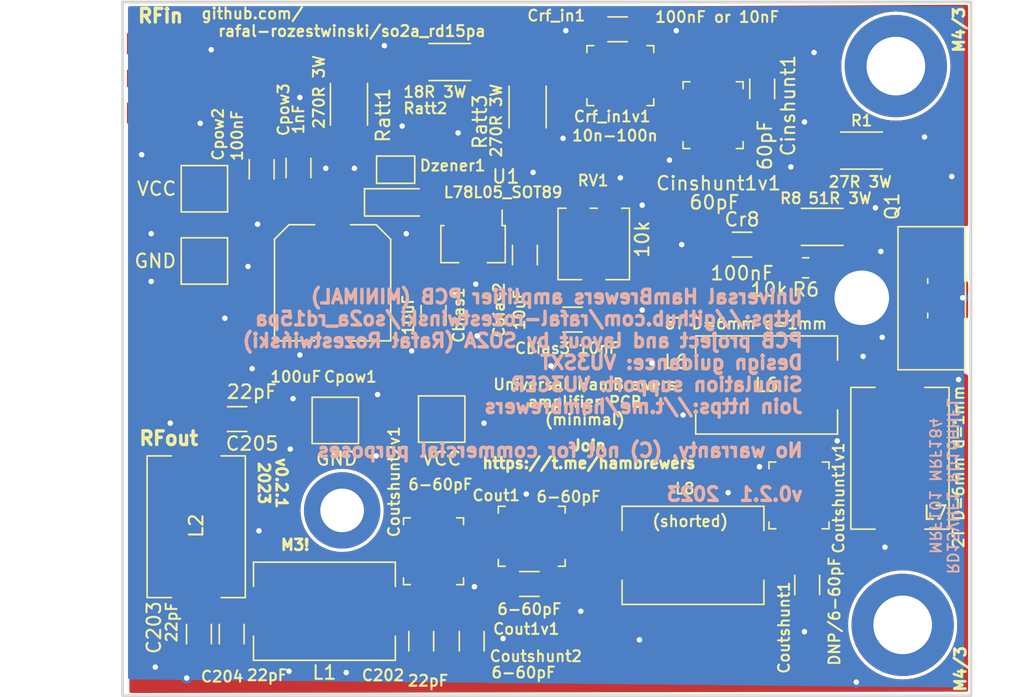
<source format=kicad_pcb>
(kicad_pcb (version 20221018) (generator pcbnew)
  (title_block (title "Universal HamBrewers amplifier PCB") (date "2023-09-26") (rev "v0.2.1") (company "Join https://t.me/hambrewers               no warranty, (C) not for commercial purposes") (comment 1 "Simulation support: VU3CER") (comment 2 "Design guidance: VU3SXT") (comment 3 "PCB project and layout by SO2A (Rafał Rozestwiński)") (comment 4 "https://github.com/rafal-rozestwinski/so2a_rd15pa"))
  (layers (0 "F.Cu" signal) (31 "B.Cu" signal) (34 "B.Paste" user) (35 "F.Paste" user) (36 "B.SilkS" user "B.Silkscreen") (37 "F.SilkS" user "F.Silkscreen") (38 "B.Mask" user) (39 "F.Mask" user) (44 "Edge.Cuts" user))
  (net 0 "")
  (net 1 "GND")
  (net 2 "Net-(C203-Pad2)")
  (net 3 "LPF_output")
  (net 4 "Net-(Cbias3-Pad2)")
  (net 5 "Net-(Cinshunt1-Pad2)")
  (net 6 "Net-(Cout1-Pad1)")
  (net 7 "+12V")
  (net 8 "Net-(Cr8-Pad2)")
  (net 9 "Net-(Crf_in1-Pad1)")
  (net 10 "Net-(Coutshunt1-Pad2)")
  (net 11 "Net-(U1-OUT)")
  (net 12 "RFin")
  (net 13 "ImpendanceMatchedOutput")
  (net 14 "Net-(Dzener1-A)")
  (net 15 "bias")
  (net 16 "Drain")
  (footprint "custom:SO2A_TO-220F-3_Vertical_SMD" (layer "F.Cu") (at 172.73 69.19375 -90)
    (fp_text reference "Q1" (at -4.2 2.2 90) (layer "F.SilkS"))
    (fp_text value "RD15HVF1" hide)
    (pad "1" smd rect (at -0.79375 -0.77 270) (size 3.4925 3.54) (layers "F.Cu" "F.Paste" "F.Mask") (net 15 "bias"))
    (pad "2" smd rect (at 2.54 -0.77 270) (size 1.905 3.54) (layers "F.Cu" "F.Paste" "F.Mask") (net 1 "GND"))
    (pad "3" smd rect (at 5.87375 -0.77 270) (size 3.4925 3.54) (layers "F.Cu" "F.Paste" "F.Mask") (net 16 "Drain"))
  )
  (footprint "MountingHole:MountingHole_4.3mm_M4_DIN965_Pad" (layer "F.Cu") (at 170.8 54.7)
    (fp_text reference "REF**" hide)
    (fp_text value "MountingHole_4.3mm_M4_DIN965_Pad" hide)
    (pad "1" thru_hole circle (at 0 0) (size 7.5 7.5) (drill 4.3) (layers "*.Cu" "*.Mask"))
  )
  (footprint "TestPoint:TestPoint_Pad_3.0x3.0mm" (layer "F.Cu") (at 137.5 80.6)
    (fp_text reference "VCC" (at 0 2.9) (layer "F.SilkS"))
    (fp_text value "TestPoint_Pad_3.0x3.0mm" hide)
    (pad "1" smd rect (at 0 0) (size 3 3) (layers "F.Cu" "F.Mask") (net 7 "+12V"))
  )
  (footprint "Capacitor_SMD:C_1206_3216Metric" (layer "F.Cu") (at 159.525 67.8)
    (fp_text reference "Cr8" (at 0 -1.85) (layer "F.SilkS"))
    (fp_text value "100nF" (at 0 2.1) (layer "F.SilkS"))
    (pad "1" smd roundrect (at -1.475 0) (size 1.15 1.8) (layers "F.Cu" "F.Paste" "F.Mask") (roundrect_rratio 0.2173913043) (net 1 "GND"))
    (pad "2" smd roundrect (at 1.475 0) (size 1.15 1.8) (layers "F.Cu" "F.Paste" "F.Mask") (roundrect_rratio 0.2173913043) (net 8 "Net-(Cr8-Pad2)"))
  )
  (footprint "Capacitor_SMD:C_1206_3216Metric" (layer "F.Cu") (at 147.1 73.3)
    (fp_text reference "Cbias3" (at -2.2 2.1) (layer "F.SilkS") (effects (font (size 0.8 0.8))))
    (fp_text value "10nF" (at 1.875 2.1) (layer "F.SilkS") (effects (font (size 0.8 0.8))))
    (pad "1" smd roundrect (at -1.475 0) (size 1.15 1.8) (layers "F.Cu" "F.Paste" "F.Mask") (roundrect_rratio 0.2173913043) (net 1 "GND"))
    (pad "2" smd roundrect (at 1.475 0) (size 1.15 1.8) (layers "F.Cu" "F.Paste" "F.Mask") (roundrect_rratio 0.2173913043) (net 4 "Net-(Cbias3-Pad2)"))
  )
  (footprint "Resistor_SMD:R_2010_5025Metric" (layer "F.Cu") (at 138.0875 54.4)
    (fp_text reference "Ratt2" (at -1.7875 3.4) (layer "F.SilkS") (effects (font (size 0.8 0.8))))
    (fp_text value "18R 3W" (at -1.0875 2.2) (layer "F.SilkS") (effects (font (size 0.8 0.8))))
    (pad "1" smd roundrect (at -2.3125 0) (size 1.225 2.65) (layers "F.Cu" "F.Paste" "F.Mask") (roundrect_rratio 0.2040816327) (net 12 "RFin"))
    (pad "2" smd roundrect (at 2.3125 0) (size 1.225 2.65) (layers "F.Cu" "F.Paste" "F.Mask") (roundrect_rratio 0.2040816327) (net 9 "Net-(Crf_in1-Pad1)"))
  )
  (footprint "Capacitor_SMD:C_1206_3216Metric" (layer "F.Cu") (at 139.7 96.9 90)
    (fp_text reference "Coutshunt2" (at -1.1 4.7 180) (layer "F.SilkS") (effects (font (size 0.8 0.8))))
    (fp_text value "6-60pF" (at -2.3 3.8 180) (layer "F.SilkS") (effects (font (size 0.8 0.8))))
    (pad "1" smd roundrect (at -1.475 0 90) (size 1.15 1.8) (layers "F.Cu" "F.Paste" "F.Mask") (roundrect_rratio 0.2173913043) (net 1 "GND"))
    (pad "2" smd roundrect (at 1.475 0 90) (size 1.15 1.8) (layers "F.Cu" "F.Paste" "F.Mask") (roundrect_rratio 0.2173913043) (net 13 "ImpendanceMatchedOutput"))
  )
  (footprint "custom:SMA_EDGELAUNCH_Modded" (layer "F.Cu") (at 114.82255 76.3)
    (fp_text reference "J2" hide)
    (fp_text value "RF_out")
    (pad "1" smd rect (at 2.032 0 90) (size 1.27 4.064) (layers "F.Cu" "F.Mask") (net 3 "LPF_output"))
    (pad "2" smd rect (at 2.032 -2.54 90) (size 1.524 4.064) (layers "F.Cu" "F.Mask") (net 1 "GND"))
    (pad "2" smd rect (at 2.032 2.54 90) (size 1.524 4.064) (layers "F.Cu" "F.Mask") (net 1 "GND"))
  )
  (footprint "Capacitor_SMD:C_1206_3216Metric" (layer "F.Cu") (at 150.4 52)
    (fp_text reference "Crf_in1" (at -4.5 -1) (layer "F.SilkS") (effects (font (size 0.8 0.8))))
    (fp_text value "100nF or 10nF" (at 7.3 -0.9) (layer "F.SilkS") (effects (font (size 0.8 0.8))))
    (pad "1" smd roundrect (at -1.475 0) (size 1.15 1.8) (layers "F.Cu" "F.Paste" "F.Mask") (roundrect_rratio 0.2173913043) (net 9 "Net-(Crf_in1-Pad1)"))
    (pad "2" smd roundrect (at 1.475 0) (size 1.15 1.8) (layers "F.Cu" "F.Paste" "F.Mask") (roundrect_rratio 0.2173913043) (net 5 "Net-(Cinshunt1-Pad2)"))
  )
  (footprint "Capacitor_SMD:C_1206_3216Metric" (layer "F.Cu") (at 143.925 92.7)
    (fp_text reference "Cout1v1" (at -0.225 3.3) (layer "F.SilkS") (effects (font (size 0.8 0.8))))
    (fp_text value "6-60pF" (at 0 1.85) (layer "F.SilkS") (effects (font (size 0.8 0.8))))
    (pad "1" smd roundrect (at -1.475 0) (size 1.15 1.8) (layers "F.Cu" "F.Paste" "F.Mask") (roundrect_rratio 0.2173913043) (net 13 "ImpendanceMatchedOutput"))
    (pad "2" smd roundrect (at 1.475 0) (size 1.15 1.8) (layers "F.Cu" "F.Paste" "F.Mask") (roundrect_rratio 0.2173913043) (net 6 "Net-(Cout1-Pad1)"))
  )
  (footprint "Capacitor_SMD:C_1206_3216Metric" (layer "F.Cu") (at 161 56.375 90)
    (fp_text reference "Cinshunt1" (at -1.225 1.9 90) (layer "F.SilkS"))
    (fp_text value "60pF" (at -4.125 0.2 90) (layer "F.SilkS"))
    (pad "1" smd roundrect (at -1.475 0 90) (size 1.15 1.8) (layers "F.Cu" "F.Paste" "F.Mask") (roundrect_rratio 0.2173913043) (net 1 "GND"))
    (pad "2" smd roundrect (at 1.475 0 90) (size 1.15 1.8) (layers "F.Cu" "F.Paste" "F.Mask") (roundrect_rratio 0.2173913043) (net 5 "Net-(Cinshunt1-Pad2)"))
  )
  (footprint "Resistor_SMD:R_0805_2012Metric" (layer "F.Cu") (at 164.1875 69.5)
    (fp_text reference "R6" (at 0.0125 1.6) (layer "F.SilkS"))
    (fp_text value "10k" (at -2.6875 1.6) (layer "F.SilkS"))
    (pad "1" smd roundrect (at -0.9125 0) (size 1.025 1.4) (layers "F.Cu" "F.Paste" "F.Mask") (roundrect_rratio 0.243902439) (net 4 "Net-(Cbias3-Pad2)"))
    (pad "2" smd roundrect (at 0.9125 0) (size 1.025 1.4) (layers "F.Cu" "F.Paste" "F.Mask") (roundrect_rratio 0.243902439) (net 15 "bias"))
  )
  (footprint "Capacitor_SMD:C_1206_3216Metric" (layer "F.Cu") (at 122.1 96.375 90)
    (fp_text reference "C204" (at -3.125 -0.7 180) (layer "F.SilkS") (effects (font (size 0.8 0.8))))
    (fp_text value "22pF" (at -3.025 2.6 180) (layer "F.SilkS") (effects (font (size 0.8 0.8))))
    (pad "1" smd roundrect (at -1.475 0 90) (size 1.15 1.8) (layers "F.Cu" "F.Paste" "F.Mask") (roundrect_rratio 0.2173913043) (net 1 "GND"))
    (pad "2" smd roundrect (at 1.475 0 90) (size 1.15 1.8) (layers "F.Cu" "F.Paste" "F.Mask") (roundrect_rratio 0.2173913043) (net 2 "Net-(C203-Pad2)"))
  )
  (footprint "Capacitor_SMD:C_Trimmer_Murata_TZB4-B" (layer "F.Cu") (at 157.4 58.3 -90)
    (fp_text reference "Cinshunt1v1" (at 5 -0.4 -180) (layer "F.SilkS"))
    (fp_text value "60pF" (at 6.4 -0.1 180) (layer "F.SilkS"))
    (pad "1" smd rect (at -3 0 270) (size 2 1.6) (layers "F.Cu" "F.Paste" "F.Mask") (net 5 "Net-(Cinshunt1-Pad2)"))
    (pad "2" smd rect (at 3 0 270) (size 2 1.6) (layers "F.Cu" "F.Paste" "F.Mask") (net 1 "GND"))
  )
  (footprint "Diode_SMD:D_SOD-123" (layer "F.Cu") (at 134.2 64.7)
    (fp_text reference "Dzener1" (at 4.1 -2.7) (layer "F.SilkS") (effects (font (size 0.8 0.8))))
    (fp_text value "12V" hide)
    (pad "1" smd roundrect (at -1.65 0) (size 0.9 1.2) (layers "F.Cu" "F.Paste" "F.Mask") (net 7 "+12V"))
    (pad "2" smd roundrect (at 1.65 0) (size 0.9 1.2) (layers "F.Cu" "F.Paste" "F.Mask") (net 14 "Net-(Dzener1-A)"))
  )
  (footprint "MountingHole:MountingHole_4.3mm_M4_DIN965_Pad" (layer "F.Cu") (at 171.3 95.7)
    (fp_text reference "REF**" hide)
    (fp_text value "MountingHole_4.3mm_M4_DIN965_Pad" hide)
    (pad "1" thru_hole circle (at 0 0) (size 7.5 7.5) (drill 4.3) (layers "*.Cu" "*.Mask"))
  )
  (footprint "Jumper:SolderJumper-2_P1.3mm_Open_TrianglePad1.0x1.5mm" (layer "F.Cu") (at 134.125 62.3 180)
    (fp_text reference "JP1" hide)
    (fp_text value "SolderJumper_2_Open" hide)
    (pad "1" smd custom (at -0.725 0 180) (size 0.3 0.3) (layers "F.Cu" "F.Mask") (net 14 "Net-(Dzener1-A)") (options (clearance outline) (anchor rect)) (primitives (gr_poly (pts (xy 1 0) (xy 0.5 0.75) (xy -0.5 0.75) (xy -0.5 -0.75) (xy 0.5 -0.75)) (width 0) (fill yes))))
    (pad "2" smd custom (at 0.725 0 180) (size 0.3 0.3) (layers "F.Cu" "F.Mask") (net 7 "+12V") (options (clearance outline) (anchor rect)) (primitives (gr_poly (pts (xy 0.5 0.75) (xy -0.65 0.75) (xy -0.15 0) (xy -0.65 -0.75) (xy 0.5 -0.75)) (width 0) (fill yes))))
  )
  (footprint "Resistor_SMD:R_2010_5025Metric" (layer "F.Cu") (at 143.8 57.7 90)
    (fp_text reference "Ratt3" (at -1.0875 -3.5 90) (layer "F.SilkS"))
    (fp_text value "270R 3W" (at -1 -2.3 270) (layer "F.SilkS") (effects (font (size 0.8 0.8))))
    (pad "1" smd roundrect (at -2.3125 0 90) (size 1.225 2.65) (layers "F.Cu" "F.Paste" "F.Mask") (roundrect_rratio 0.2040816327) (net 1 "GND"))
    (pad "2" smd roundrect (at 2.3125 0 90) (size 1.225 2.65) (layers "F.Cu" "F.Paste" "F.Mask") (roundrect_rratio 0.2040816327) (net 9 "Net-(Crf_in1-Pad1)"))
  )
  (footprint "Capacitor_SMD:C_1206_3216Metric" (layer "F.Cu") (at 136.9 72.975 -90)
    (fp_text reference "Cbias1" (at 0 -1.85 90) (layer "F.SilkS") (effects (font (size 0.8 0.8))))
    (fp_text value "10uF" (at 0 1.85 90) (layer "F.SilkS") (effects (font (size 0.8 0.8))))
    (pad "1" smd roundrect (at -1.475 0 270) (size 1.15 1.8) (layers "F.Cu" "F.Paste" "F.Mask") (roundrect_rratio 0.2173913043) (net 14 "Net-(Dzener1-A)"))
    (pad "2" smd roundrect (at 1.475 0 270) (size 1.15 1.8) (layers "F.Cu" "F.Paste" "F.Mask") (roundrect_rratio 0.2173913043) (net 1 "GND"))
  )
  (footprint "TestPoint:TestPoint_Pad_3.0x3.0mm" (layer "F.Cu") (at 129.7 80.7)
    (fp_text reference "GND" (at 0.1 2.8) (layer "F.SilkS"))
    (fp_text value "TestPoint_Pad_3.0x3.0mm" hide)
    (pad "1" smd rect (at 0 0) (size 3 3) (layers "F.Cu" "F.Mask") (net 1 "GND"))
  )
  (footprint "Capacitor_SMD:C_Elec_8x10.2" (layer "F.Cu") (at 129.5 70.6 -90)
    (fp_text reference "Cpow1" (at 6.9 -1.3 180) (layer "F.SilkS") (effects (font (size 0.8 0.8))))
    (fp_text value "100uF" (at 6.9 2.7 180) (layer "F.SilkS") (effects (font (size 0.8 0.8))))
    (pad "1" smd roundrect (at -3.6 0 270) (size 4.5 2.1) (layers "F.Cu" "F.Paste" "F.Mask") (roundrect_rratio 0.1190480952) (net 7 "+12V"))
    (pad "2" smd roundrect (at 3.6 0 270) (size 4.5 2.1) (layers "F.Cu" "F.Paste" "F.Mask") (roundrect_rratio 0.1190480952) (net 1 "GND"))
  )
  (footprint "Package_TO_SOT_SMD:SOT-89-3" (layer "F.Cu") (at 139.8 67.7625 -90)
    (fp_text reference "U1" (at -4.9625 -2.4 -180) (layer "F.SilkS"))
    (fp_text value "L78L05_SOT89" (at -3.8 -2.2 180) (layer "F.SilkS") (effects (font (size 0.8 0.8))))
    (pad "1" smd rect (at -1.95 -1.5 270) (size 1.3 0.9) (layers "F.Cu" "F.Paste" "F.Mask") (net 11 "Net-(U1-OUT)"))
    (pad "2" smd custom (at -1.8625 0 270) (size 1.475 0.9) (layers "F.Cu" "F.Paste" "F.Mask") (net 1 "GND") (options (clearance outline) (anchor rect)) (primitives (gr_poly (pts (xy 3.8625 0.8665) (xy 0.7375 0.8665) (xy 0.7375 -0.8665) (xy 3.8625 -0.8665)) (width 0) (fill yes))))
    (pad "3" smd rect (at -1.95 1.5 270) (size 1.3 0.9) (layers "F.Cu" "F.Paste" "F.Mask") (net 14 "Net-(Dzener1-A)"))
  )
  (footprint "Inductor_SMD:L_Wuerth_HCM-1050" (layer "F.Cu") (at 119.5 88.5 90)
    (fp_text reference "L2" (at 0.075 0 90) (layer "F.SilkS"))
    (fp_text value "3T D=6mm d=1mm" hide)
    (pad "1" smd rect (at -4.175 0 90) (size 2 3.05) (layers "F.Cu" "F.Paste" "F.Mask") (net 2 "Net-(C203-Pad2)"))
    (pad "2" smd rect (at 4.175 0 90) (size 2 3.05) (layers "F.Cu" "F.Paste" "F.Mask") (net 3 "LPF_output"))
  )
  (footprint "Capacitor_SMD:C_Trimmer_Murata_TZB4-B" (layer "F.Cu") (at 163.7 86.2 90)
    (fp_text reference "Coutshunt1v1" (at -0.2 2.9 270) (layer "F.SilkS") (effects (font (size 0.8 0.8))))
    (fp_text value "DNP/6-60pF" hide)
    (pad "1" smd rect (at -3 0 90) (size 2 1.6) (layers "F.Cu" "F.Paste" "F.Mask") (net 10 "Net-(Coutshunt1-Pad2)"))
    (pad "2" smd rect (at 3 0 90) (size 2 1.6) (layers "F.Cu" "F.Paste" "F.Mask") (net 1 "GND"))
  )
  (footprint "Resistor_SMD:R_2010_5025Metric" (layer "F.Cu") (at 130.7 57.5 90)
    (fp_text reference "Ratt1" (at -0.8 2.5 90) (layer "F.SilkS"))
    (fp_text value "270R 3W" (at 0.9 -2.2 90) (layer "F.SilkS") (effects (font (size 0.8 0.8))))
    (pad "1" smd roundrect (at -2.3125 0 90) (size 1.225 2.65) (layers "F.Cu" "F.Paste" "F.Mask") (roundrect_rratio 0.2040816327) (net 1 "GND"))
    (pad "2" smd roundrect (at 2.3125 0 90) (size 1.225 2.65) (layers "F.Cu" "F.Paste" "F.Mask") (roundrect_rratio 0.2040816327) (net 12 "RFin"))
  )
  (footprint "custom:SMA_EDGELAUNCH_Modded" (layer "F.Cu") (at 114.42255 55.6)
    (fp_text reference "J1" hide)
    (fp_text value "RF_in")
    (pad "1" smd rect (at 2.032 0 90) (size 1.27 4.064) (layers "F.Cu" "F.Mask") (net 12 "RFin"))
    (pad "2" smd rect (at 2.032 -2.54 90) (size 1.524 4.064) (layers "F.Cu" "F.Mask") (net 1 "GND"))
    (pad "2" smd rect (at 2.032 2.54 90) (size 1.524 4.064) (layers "F.Cu" "F.Mask") (net 1 "GND"))
  )
  (footprint "Capacitor_SMD:C_1206_3216Metric" (layer "F.Cu") (at 119.7 96.375 90)
    (fp_text reference "C203" (at 0.475 -3.3 90) (layer "F.SilkS"))
    (fp_text value "22pF" (at 0.875 -2 90) (layer "F.SilkS") (effects (font (size 0.8 0.8))))
    (pad "1" smd roundrect (at -1.475 0 90) (size 1.15 1.8) (layers "F.Cu" "F.Paste" "F.Mask") (roundrect_rratio 0.2173913043) (net 1 "GND"))
    (pad "2" smd roundrect (at 1.475 0 90) (size 1.15 1.8) (layers "F.Cu" "F.Paste" "F.Mask") (roundrect_rratio 0.2173913043) (net 2 "Net-(C203-Pad2)"))
  )
  (footprint "TestPoint:TestPoint_Pad_3.0x3.0mm" (layer "F.Cu") (at 120.1 69)
    (fp_text reference "GND" (at -3.6 0) (layer "F.SilkS"))
    (fp_text value "TestPoint_Pad_3.0x3.0mm" hide)
    (pad "1" smd rect (at 0 0) (size 3 3) (layers "F.Cu" "F.Mask"))
  )
  (footprint "Capacitor_SMD:C_Trimmer_Murata_TZB4-B" (layer "F.Cu") (at 136.9 90.3 90)
    (fp_text reference "Coutshunt2v1" (at 5.1 -2.9 270) (layer "F.SilkS") (effects (font (size 0.8 0.8))))
    (fp_text value "6-60pF" (at 4.9 0.5 180) (layer "F.SilkS") (effects (font (size 0.8 0.8))))
    (pad "1" smd rect (at -3 0 90) (size 2 1.6) (layers "F.Cu" "F.Paste" "F.Mask") (net 13 "ImpendanceMatchedOutput"))
    (pad "2" smd rect (at 3 0 90) (size 2 1.6) (layers "F.Cu" "F.Paste" "F.Mask") (net 1 "GND"))
  )
  (footprint "Capacitor_SMD:C_1206_3216Metric" (layer "F.Cu") (at 124.3 62.275 90)
    (fp_text reference "Cpow2" (at 2.575 -3.2 90) (layer "F.SilkS") (effects (font (size 0.8 0.8))))
    (fp_text value "100nF" (at 2.475 -1.8 90) (layer "F.SilkS") (effects (font (size 0.8 0.8))))
    (pad "1" smd roundrect (at -1.475 0 90) (size 1.15 1.8) (layers "F.Cu" "F.Paste" "F.Mask") (roundrect_rratio 0.2173913043) (net 7 "+12V"))
    (pad "2" smd roundrect (at 1.475 0 90) (size 1.15 1.8) (layers "F.Cu" "F.Paste" "F.Mask") (roundrect_rratio 0.2173913043) (net 1 "GND"))
  )
  (footprint "Capacitor_SMD:C_1206_3216Metric" (layer "F.Cu") (at 122.5 80.6 180)
    (fp_text reference "C205" (at -1.1 -1.8 180) (layer "F.SilkS"))
    (fp_text value "22pF" (at -1.075 2) (layer "F.SilkS"))
    (pad "1" smd roundrect (at -1.475 0 180) (size 1.15 1.8) (layers "F.Cu" "F.Paste" "F.Mask") (roundrect_rratio 0.2173913043) (net 1 "GND"))
    (pad "2" smd roundrect (at 1.475 0 180) (size 1.15 1.8) (layers "F.Cu" "F.Paste" "F.Mask") (roundrect_rratio 0.2173913043) (net 3 "LPF_output"))
  )
  (footprint "Inductor_SMD:L_Wuerth_HCM-1050" (layer "F.Cu") (at 161.325 78.1)
    (fp_text reference "L6" (at -6.625 -1.7) (layer "F.SilkS"))
    (fp_text value "6T D=6mm d=1mm" (at -1.525 -4.5 180) (layer "F.SilkS") (effects (font (size 0.8 0.8))))
    (fp_text user "${REFERENCE}" (at 0 0) (layer "F.SilkS"))
    (pad "1" smd rect (at -4.175 0) (size 2 3.05) (layers "F.Cu" "F.Paste" "F.Mask") (net 7 "+12V"))
    (pad "2" smd rect (at 4.175 0) (size 2 3.05) (layers "F.Cu" "F.Paste" "F.Mask") (net 16 "Drain"))
  )
  (footprint "Capacitor_SMD:C_1206_3216Metric" (layer "F.Cu") (at 164.3 92.775 90)
    (fp_text reference "Coutshunt1" (at -3.125 -1.7 90) (layer "F.SilkS") (effects (font (size 0.8 0.8))))
    (fp_text value "DNP/6-60pF" (at -1.925 2 90) (layer "F.SilkS") (effects (font (size 0.8 0.8))))
    (pad "1" smd roundrect (at -1.475 0 90) (size 1.15 1.8) (layers "F.Cu" "F.Paste" "F.Mask") (roundrect_rratio 0.2173913043) (net 1 "GND"))
    (pad "2" smd roundrect (at 1.475 0 90) (size 1.15 1.8) (layers "F.Cu" "F.Paste" "F.Mask") (roundrect_rratio 0.2173913043) (net 10 "Net-(Coutshunt1-Pad2)"))
  )
  (footprint "Inductor_SMD:L_Wuerth_HCM-1050" (layer "F.Cu") (at 128.9 94.7 180)
    (fp_text reference "L1" (at 0 -4.5) (layer "F.SilkS"))
    (fp_text value "3T D=6mm d=1mm" hide)
    (pad "1" smd rect (at -4.175 0 180) (size 2 3.05) (layers "F.Cu" "F.Paste" "F.Mask") (net 13 "ImpendanceMatchedOutput"))
    (pad "2" smd rect (at 4.175 0 180) (size 2 3.05) (layers "F.Cu" "F.Paste" "F.Mask") (net 2 "Net-(C203-Pad2)"))
  )
  (footprint "Resistor_SMD:R_2010_5025Metric" (layer "F.Cu") (at 165.4 66.5 180)
    (fp_text reference "R8" (at 2.3 2.1) (layer "F.SilkS") (effects (font (size 0.8 0.8))))
    (fp_text value "51R 3W" (at -1.3 2.1) (layer "F.SilkS") (effects (font (size 0.8 0.8))))
    (pad "1" smd roundrect (at -2.3125 0 180) (size 1.225 2.65) (layers "F.Cu" "F.Paste" "F.Mask") (roundrect_rratio 0.2040816327) (net 15 "bias"))
    (pad "2" smd roundrect (at 2.3125 0 180) (size 1.225 2.65) (layers "F.Cu" "F.Paste" "F.Mask") (roundrect_rratio 0.2040816327) (net 8 "Net-(Cr8-Pad2)"))
  )
  (footprint "TestPoint:TestPoint_Pad_3.0x3.0mm" (layer "F.Cu") (at 120.1 63.7)
    (fp_text reference "VCC" (at -3.5 0) (layer "F.SilkS"))
    (fp_text value "TestPoint_Pad_3.0x3.0mm" hide)
    (pad "1" smd rect (at 0 0) (size 3 3) (layers "F.Cu" "F.Mask") (net 7 "+12V"))
  )
  (footprint "Capacitor_SMD:C_1206_3216Metric" (layer "F.Cu") (at 136 96.9 90)
    (fp_text reference "C202" (at -2.5 -2.8 180) (layer "F.SilkS") (effects (font (size 0.8 0.8))))
    (fp_text value "22pF" (at -2.9 0.5 180) (layer "F.SilkS") (effects (font (size 0.8 0.8))))
    (pad "1" smd roundrect (at -1.475 0 90) (size 1.15 1.8) (layers "F.Cu" "F.Paste" "F.Mask") (roundrect_rratio 0.2173913043) (net 1 "GND"))
    (pad "2" smd roundrect (at 1.475 0 90) (size 1.15 1.8) (layers "F.Cu" "F.Paste" "F.Mask") (roundrect_rratio 0.2173913043) (net 13 "ImpendanceMatchedOutput"))
  )
  (footprint "Inductor_SMD:L_Wuerth_HCM-1050" (layer "F.Cu") (at 171.1 83.475 -90)
    (fp_text reference "L7" (at 4 -2.6 -180) (layer "F.SilkS"))
    (fp_text value "2T D=6mm d=1mm" (at 0.625 -4.3 90) (layer "F.SilkS") (effects (font (size 0.8 0.8))))
    (pad "1" smd rect (at -4.175 0 270) (size 2 3.05) (layers "F.Cu" "F.Paste" "F.Mask") (net 16 "Drain"))
    (pad "2" smd rect (at 4.175 0 270) (size 2 3.05) (layers "F.Cu" "F.Paste" "F.Mask") (net 10 "Net-(Coutshunt1-Pad2)"))
  )
  (footprint "Capacitor_SMD:C_Trimmer_Murata_TZB4-B" (layer "F.Cu") (at 150.6 55.4)
    (fp_text reference "Crf_in1v1" (at -0.6 3) (layer "F.SilkS") (effects (font (size 0.8 0.8))))
    (fp_text value "10n-100n" (at -0.4 4.4) (layer "F.SilkS") (effects (font (size 0.8 0.8))))
    (pad "1" smd rect (at -3 0) (size 2 1.6) (layers "F.Cu" "F.Paste" "F.Mask") (net 9 "Net-(Crf_in1-Pad1)"))
    (pad "2" smd rect (at 3 0) (size 2 1.6) (layers "F.Cu" "F.Paste" "F.Mask") (net 5 "Net-(Cinshunt1-Pad2)"))
  )
  (footprint "Capacitor_SMD:C_1206_3216Metric" (layer "F.Cu") (at 127 62.175 90)
    (fp_text reference "Cpow3" (at 4.275 -1.1 90) (layer "F.SilkS") (effects (font (size 0.8 0.8))))
    (fp_text value "1nF" (at 3.575 0 90) (layer "F.SilkS") (effects (font (size 0.8 0.8))))
    (pad "1" smd roundrect (at -1.475 0 90) (size 1.15 1.8) (layers "F.Cu" "F.Paste" "F.Mask") (roundrect_rratio 0.2173913043) (net 7 "+12V"))
    (pad "2" smd roundrect (at 1.475 0 90) (size 1.15 1.8) (layers "F.Cu" "F.Paste" "F.Mask") (roundrect_rratio 0.2173913043) (net 1 "GND"))
  )
  (footprint "Potentiometer_SMD:Potentiometer_Vishay_TS53YL_Vertical" (layer "F.Cu") (at 148.65 67.75 90)
    (fp_text reference "RV1" hide)
    (fp_text value "10k" (at 0.35 3.55 90) (layer "F.SilkS"))
    (fp_text user "${REFERENCE}" (at 4.65 -0.05 180) (layer "F.SilkS") (effects (font (size 0.8 0.8))))
    (pad "1" smd rect (at 2.75 -1.15 90) (size 1.3 1.3) (layers "F.Cu" "F.Paste" "F.Mask") (net 11 "Net-(U1-OUT)"))
    (pad "2" smd rect (at -2.75 0 90) (size 2 1.3) (layers "F.Cu" "F.Paste" "F.Mask") (net 4 "Net-(Cbias3-Pad2)"))
    (pad "3" smd rect (at 2.75 1.15 90) (size 1.3 1.3) (layers "F.Cu" "F.Paste" "F.Mask") (net 1 "GND"))
  )
  (footprint "Inductor_SMD:L_Wuerth_HCM-1050" (layer "F.Cu") (at 155.925 90.6 180)
    (fp_text reference "L8" (at 0.6 4.9) (layer "F.SilkS") (effects (font (size 0.8 0.8))))
    (fp_text value "(shorted)" (at 0.2 2.5) (layer "F.SilkS") (effects (font (size 0.8 0.8))))
    (pad "1" smd rect (at -4.175 0 180) (size 2 3.05) (layers "F.Cu" "F.Paste" "F.Mask") (net 10 "Net-(Coutshunt1-Pad2)"))
    (pad "2" smd rect (at 4.175 0 180) (size 2 3.05) (layers "F.Cu" "F.Paste" "F.Mask") (net 6 "Net-(Cout1-Pad1)"))
  )
  (footprint "Resistor_SMD:R_2010_5025Metric" (layer "F.Cu") (at 168.2875 60.9)
    (fp_text reference "R1" (at 0 -2.2) (layer "F.SilkS") (effects (font (size 0.8 0.8))))
    (fp_text value "27R 3W" (at -0.1 2.3) (layer "F.SilkS") (effects (font (size 0.8 0.8))))
    (pad "1" smd roundrect (at -2.3125 0) (size 1.225 2.65) (layers "F.Cu" "F.Paste" "F.Mask") (roundrect_rratio 0.2040816327) (net 5 "Net-(Cinshunt1-Pad2)"))
    (pad "2" smd roundrect (at 2.3125 0) (size 1.225 2.65) (layers "F.Cu" "F.Paste" "F.Mask") (roundrect_rratio 0.2040816327) (net 15 "bias"))
  )
  (footprint "Capacitor_SMD:C_Trimmer_Murata_TZB4-B" (layer "F.Cu") (at 144.1 89.2 180)
    (fp_text reference "Cout1" (at 2.6 3) (layer "F.SilkS") (effects (font (size 0.8 0.8))))
    (fp_text value "6-60pF" (at -2.7 2.9) (layer "F.SilkS") (effects (font (size 0.8 0.8))))
    (pad "1" smd rect (at -3 0 180) (size 2 1.6) (layers "F.Cu" "F.Paste" "F.Mask") (net 6 "Net-(Cout1-Pad1)"))
    (pad "2" smd rect (at 3 0 180) (size 2 1.6) (layers "F.Cu" "F.Paste" "F.Mask") (net 13 "ImpendanceMatchedOutput"))
  )
  (footprint "MountingHole:MountingHole_3.2mm_M3_DIN965_Pad" (layer "F.Cu") (at 130.2 87.3)
    (fp_text reference "REF**" hide)
    (fp_text value "MountingHole_3.2mm_M3_DIN965_Pad" hide)
    (pad "1" thru_hole circle (at 0 0) (size 5.6 5.6) (drill 3.2) (layers "*.Cu" "*.Mask"))
  )
  (footprint "Capacitor_SMD:C_1206_3216Metric" (layer "F.Cu") (at 143.6 68.5625 90)
    (fp_text reference "Cbias2" (at -4.0375 -1.9 90) (layer "F.SilkS") (effects (font (size 0.8 0.8))))
    (fp_text value "10uF" (at -4.0375 -0.4 90) (layer "F.SilkS") (effects (font (size 0.8 0.8))))
    (pad "1" smd roundrect (at -1.475 0 90) (size 1.15 1.8) (layers "F.Cu" "F.Paste" "F.Mask") (roundrect_rratio 0.2173913043) (net 1 "GND"))
    (pad "2" smd roundrect (at 1.475 0 90) (size 1.15 1.8) (layers "F.Cu" "F.Paste" "F.Mask") (roundrect_rratio 0.2173913043) (net 11 "Net-(U1-OUT)"))
  )
  (gr_rect (start 114.1 50) (end 176.3 100.9) (stroke (width 0.2)) (fill none) (layer "Edge.Cuts"))
  (gr_text "Universal HamBrewers amplifier PCB (MINIMAL)\nhttps://github.com/rafal-rozestwinski/so2a_rd15pa\nPCB project and layout by SO2A (Rafał Rozestwiński)\nDesign guidance: VU3SXT\nSimulation support: VU3CER\nJoin https://t.me/hambrewers\n\nNo warranty, (C) not for commercial purposes\n\nv0.2.1  2023" (at 164.1 86.7) (layer "B.SilkS") (effects (font (size 1 1) (thickness 0.25) bold) (justify left bottom mirror)))
  (gr_text "RD15VHF1 RD16HHF1\nMRF101 MRF184" (at 173.2 85.5 270) (layer "B.SilkS") (effects (font (size 0.8 0.8) (thickness 0.1375)) (justify bottom mirror)))
  (gr_text "Join\nhttps://t.me/hambrewers" (at 148.3 84.3) (layer "F.SilkS") (effects (font (size 0.8 0.8) (thickness 0.2) bold) (justify bottom)))
  (gr_text "Universal HamBrewers\namplifier PCB\n(minimal)" (at 148 81.1) (layer "F.SilkS") (effects (font (size 0.8 0.8) (thickness 0.16) bold) (justify bottom)))
  (gr_text "M4/3" (at 176 100.7 90) (layer "F.SilkS") (effects (font (size 0.8 0.8) (thickness 0.2) bold) (justify left bottom)))
  (gr_text "v0.2.1\n2023" (at 124 85.3 270) (layer "F.SilkS") (effects (font (size 0.8 0.8) (thickness 0.2) bold) (justify bottom)))
  (gr_text "M3!" (at 125.6 90.3) (layer "F.SilkS") (effects (font (size 0.8 0.8) (thickness 0.2) bold) (justify left bottom)))
  (gr_text "RFin" (at 115.1 51.6) (layer "F.SilkS") (effects (font (size 1 1) (thickness 0.25) bold) (justify left bottom)))
  (gr_text "M4/3" (at 175.9 53.8 90) (layer "F.SilkS") (effects (font (size 0.8 0.8) (thickness 0.2) bold) (justify left bottom)))
  (gr_text "RFout" (at 115.2 82.6) (layer "F.SilkS") (effects (font (size 1 1) (thickness 0.25) bold) (justify left bottom)))
  (gr_text "github.com/\n  rafal-rozestwinski/so2a_rd15pa" (at 119.8 52.6) (layer "F.SilkS") (effects (font (size 0.8 0.8) (thickness 0.16) bold) (justify left bottom)))
  (via (at 172.9 59.9) (size 0.8) (drill 0.4) (layers "F.Cu" "B.Cu") (net 1))
  (via (at 145.5 76.7) (size 0.8) (drill 0.4) (layers "F.Cu" "B.Cu") (net 1))
  (via (at 144.2 62.5) (size 0.8) (drill 0.4) (layers "F.Cu" "B.Cu") (net 1))
  (via (at 150.6 62.9) (size 0.8) (drill 0.4) (layers "F.Cu" "B.Cu") (net 1))
  (via (at 127.1 57) (size 0.8) (drill 0.4) (layers "F.Cu" "B.Cu") (net 1))
  (via (at 116.2 67) (size 0.8) (drill 0.4) (layers "F.Cu" "B.Cu") (net 1))
  (via (at 155.1 67.8) (size 0.8) (drill 0.4) (layers "F.Cu" "B.Cu") (net 1))
  (via (at 131.1 62.2) (size 0.8) (drill 0.4) (layers "F.Cu" "B.Cu") (net 1))
  (via (at 123.3 69.4) (size 0.8) (drill 0.4) (layers "F.Cu" "B.Cu") (net 1))
  (via (at 135.3 75.6) (size 0.8) (drill 0.4) (layers "F.Cu" "B.Cu") (net 1))
  (via (at 174.9 62.8) (size 0.8) (drill 0.4) (layers "F.Cu" "B.Cu") (net 1))
  (via (at 140.6 80.9) (size 0.8) (drill 0.4) (layers "F.Cu" "B.Cu") (net 1))
  (via (at 143.7 86.1) (size 0.8) (drill 0.4) (layers "F.Cu" "B.Cu") (net 1))
  (via (at 142 96.7) (size 0.8) (drill 0.4) (layers "F.Cu" "B.Cu") (net 1))
  (via (at 140 70.7) (size 0.8) (drill 0.4) (layers "F.Cu" "B.Cu") (net 1))
  (via (at 155.2 80.3) (size 0.8) (drill 0.4) (layers "F.Cu" "B.Cu") (net 1))
  (via (at 175.7 71.7) (size 0.8) (drill 0.4) (layers "F.Cu" "B.Cu") (net 1))
  (via (at 175.4 77.7) (size 0.8) (drill 0.4) (layers "F.Cu" "B.Cu") (net 1))
  (via (at 166.5 82.2) (size 0.8) (drill 0.4) (layers "F.Cu" "B.Cu") (net 1))
  (via (at 132.7 83.3) (size 0.8) (drill 0.4) (layers "F.Cu" "B.Cu") (net 1))
  (via (at 120.6 53.5) (size 0.8) (drill 0.4) (layers "F.Cu" "B.Cu") (net 1))
  (via (at 146.6 52.1) (size 0.8) (drill 0.4) (layers "F.Cu" "B.Cu") (net 1))
  (via (at 119.8 58.9) (size 0.8) (drill 0.4) (layers "F.Cu" "B.Cu") (net 1))
  (via (at 126.3 99.1) (size 0.8) (drill 0.4) (layers "F.Cu" "B.Cu") (net 1))
  (via (at 169.7 68.3) (size 0.8) (drill 0.4) (layers "F.Cu" "B.Cu") (net 1))
  (via (at 163.1 62.1) (size 0.8) (drill 0.4) (layers "F.Cu" "B.Cu") (net 1))
  (via (at 164.1 58.8) (size 0.8) (drill 0.4) (layers "F.Cu" "B.Cu") (net 1))
  (via (at 154.2 61.6) (size 0.8) (drill 0.4) (layers "F.Cu" "B.Cu") (net 1))
  (via (at 134.6 59.1) (size 0.8) (drill 0.4) (layers "F.Cu" "B.Cu") (net 1))
  (via (at 134.9 67) (size 0.8) (drill 0.4) (layers "F.Cu" "B.Cu") (net 1))
  (via (at 126.4 82.8) (size 0.8) (drill 0.4) (layers "F.Cu" "B.Cu") (net 1))
  (via (at 133.3 53.2) (size 0.8) (drill 0.4) (layers "F.Cu" "B.Cu") (net 1))
  (via (at 164.1 96.2) (size 0.8) (drill 0.4) (layers "F.Cu" "B.Cu") (net 1))
  (via (at 124 66.3) (size 0.8) (drill 0.4) (layers "F.Cu" "B.Cu") (net 1))
  (via (at 147.7 94.7) (size 0.8) (drill 0.4) (layers "F.Cu" "B.Cu") (net 1))
  (via (at 127.1 75.9) (size 0.8) (drill 0.4) (layers "F.Cu" "B.Cu") (net 1))
  (via (at 164.8 53.7) (size 0.8) (drill 0.4) (layers "F.Cu" "B.Cu") (net 1))
  (via (at 169.3 65.1) (size 0.8) (drill 0.4) (layers "F.Cu" "B.Cu") (net 1))
  (via (at 116.2 70.5) (size 0.8) (drill 0.4) (layers "F.Cu" "B.Cu") (net 1))
  (via (at 170 90) (size 0.8) (drill 0.4) (layers "F.Cu" "B.Cu") (net 1))
  (via (at 121.6 73.2) (size 0.8) (drill 0.4) (layers "F.Cu" "B.Cu") (net 1))
  (via (at 129 62.2) (size 0.8) (drill 0.4) (layers "F.Cu" "B.Cu") (net 1))
  (via (at 146.4 60) (size 0.8) (drill 0.4) (layers "F.Cu" "B.Cu") (net 1))
  (via (at 139.9 92.9) (size 0.8) (drill 0.4) (layers "F.Cu" "B.Cu") (net 1))
  (via (at 152.2 72.6) (size 0.8) (drill 0.4) (layers "F.Cu" "B.Cu") (net 1))
  (via (at 152 96.8) (size 0.8) (drill 0.4) (layers "F.Cu" "B.Cu") (net 1))
  (via (at 138.7 59.6) (size 0.8) (drill 0.4) (layers "F.Cu" "B.Cu") (net 1))
  (via (at 140.1 74.5) (size 0.8) (drill 0.4) (layers "F.Cu" "B.Cu") (net 1))
  (via (at 116.5 98.8) (size 0.8) (drill 0.4) (layers "F.Cu" "B.Cu") (net 1))
  (via (at 130.5 99.2) (size 0.8) (drill 0.4) (layers "F.Cu" "B.Cu") (net 1))
  (via (at 115.5 61.2) (size 0.8) (drill 0.4) (layers "F.Cu" "B.Cu") (net 1))
  (via (at 169.8 74.6) (size 0.8) (drill 0.4) (layers "F.Cu" "B.Cu") (net 1))
  (via (at 158.5 86) (size 0.8) (drill 0.4) (layers "F.Cu" "B.Cu") (net 1))
  (via (at 126.6 79.1) (size 0.8) (drill 0.4) (layers "F.Cu" "B.Cu") (net 1))
  (via (at 168.3 71.7) (size 5) (drill 4) (layers "F.Cu" "B.Cu") (net 1))
  (via (at 117.6 80.9) (size 0.8) (drill 0.4) (layers "F.Cu" "B.Cu") (net 1))
  (via (at 132.8 78.8) (size 0.8) (drill 0.4) (layers "F.Cu" "B.Cu") (net 1))
  (via (at 160.8 84.1) (size 0.8) (drill 0.4) (layers "F.Cu" "B.Cu") (net 1))
  (via (at 152.9 76.5) (size 0.8) (drill 0.4) (layers "F.Cu" "B.Cu") (net 1))
  (via (at 168.4 76) (size 0.8) (drill 0.4) (layers "F.Cu" "B.Cu") (net 1))
  (via (at 124.1 88.8) (size 0.8) (drill 0.4) (layers "F.Cu" "B.Cu") (net 1))
  (via (at 152.2 64.9) (size 0.8) (drill 0.4) (layers "F.Cu" "B.Cu") (net 1))
  (via (at 154.7 52.1) (size 0.8) (drill 0.4) (layers "F.Cu" "B.Cu") (net 1))
  (via (at 123.6 76.9) (size 0.8) (drill 0.4) (layers "F.Cu" "B.Cu") (net 1))
  (via (at 167.9 99.9) (size 0.8) (drill 0.4) (layers "F.Cu" "B.Cu") (net 1))
  (via (at 118.8 99.6) (size 0.8) (drill 0.4) (layers "F.Cu" "B.Cu") (net 1))
  (segment (start 124.25 94.7) (end 123.1 94.7) (width 1) (layer "F.Cu") (net 2))
  (segment (start 121.725 94.9) (end 119.5 92.675) (width 1) (layer "F.Cu") (net 2))
  (segment (start 123.1 94.7) (end 121.95 94.7) (width 1) (layer "F.Cu") (net 2))
  (segment (start 123.1 94.7) (end 122.4 94.7) (width 1) (layer "F.Cu") (net 2))
  (segment (start 122.1 94.9) (end 119.7 94.9) (width 1) (layer "F.Cu") (net 2))
  (segment (start 122.1 94.9) (end 121.725 94.9) (width 1) (layer "F.Cu") (net 2))
  (segment (start 121.025 80.6) (end 121.025 77.325) (width 1) (layer "F.Cu") (net 3))
  (segment (start 116.85455 76.3) (end 120 76.3) (width 1) (layer "F.Cu") (net 3))
  (segment (start 121.025 80.6) (end 121.025 82.8) (width 1) (layer "F.Cu") (net 3))
  (segment (start 121.025 77.325) (end 120 76.3) (width 1) (layer "F.Cu") (net 3))
  (segment (start 121.025 82.8) (end 119.5 84.325) (width 1) (layer "F.Cu") (net 3))
  (segment (start 148.6 71.9) (end 148.6 73.275) (width 1) (layer "F.Cu") (net 4))
  (segment (start 163.275 69.5) (end 162.275 70.5) (width 1) (layer "F.Cu") (net 4))
  (segment (start 162.275 70.5) (end 148.65 70.5) (width 1) (layer "F.Cu") (net 4))
  (segment (start 148.6 70.96) (end 148.6 71.9) (width 1) (layer "F.Cu") (net 4))
  (segment (start 148.6 73.275) (end 148.575 73.3) (width 1) (layer "F.Cu") (net 4))
  (segment (start 152.5 52) (end 151.875 52) (width 1) (layer "F.Cu") (net 5))
  (segment (start 153.8 53.3) (end 152.5 52) (width 1) (layer "F.Cu") (net 5))
  (segment (start 153.8 53.3) (end 157.4 53.3) (width 1) (layer "F.Cu") (net 5))
  (segment (start 153.8 53.3) (end 153.6 53.5) (width 1) (layer "F.Cu") (net 5))
  (segment (start 165.975 58.375) (end 165.975 60.9) (width 1) (layer "F.Cu") (net 5))
  (segment (start 157.4 55.3) (end 157.4 53.3) (width 1) (layer "F.Cu") (net 5))
  (segment (start 153.6 53.5) (end 153.6 55.4) (width 1) (layer "F.Cu") (net 5))
  (segment (start 161 54.9) (end 161 53.4) (width 1) (layer "F.Cu") (net 5))
  (segment (start 160.9 53.3) (end 165.975 58.375) (width 1) (layer "F.Cu") (net 5))
  (segment (start 161 53.4) (end 160.9 53.3) (width 1) (layer "F.Cu") (net 5))
  (segment (start 157.4 53.3) (end 160.9 53.3) (width 1) (layer "F.Cu") (net 5))
  (segment (start 145.5 90.7) (end 147 89.2) (width 1) (layer "F.Cu") (net 6))
  (segment (start 145.4 92.7) (end 145.4 90.8) (width 1) (layer "F.Cu") (net 6))
  (segment (start 152.3 89) (end 147.2 89) (width 1) (layer "F.Cu") (net 6))
  (segment (start 145.4 90.8) (end 145.5 90.7) (width 1) (layer "F.Cu") (net 6))
  (segment (start 147.2 89) (end 145.5 90.7) (width 1) (layer "F.Cu") (net 6))
  (segment (start 124.75 64.2) (end 129.5 64.2) (width 2) (layer "F.Cu") (net 7))
  (segment (start 124.3 63.75) (end 124.75 64.2) (width 2) (layer "F.Cu") (net 7))
  (segment (start 129.5 67) (end 129.5 64.2) (width 1) (layer "F.Cu") (net 7))
  (segment (start 132.6 70.1) (end 132.9 70.4) (width 1) (layer "F.Cu") (net 7))
  (segment (start 132.9 75.8) (end 132.9 70.4) (width 2) (layer "F.Cu") (net 7))
  (segment (start 124.25 63.7) (end 120.1 63.7) (width 2) (layer "F.Cu") (net 7))
  (segment (start 131.25 68.75) (end 132.6 70.1) (width 2) (layer "F.Cu") (net 7))
  (segment (start 133.15 63.4) (end 133.15 62.3) (width 1) (layer "F.Cu") (net 7))
  (segment (start 157.15 78.1) (end 156.95 78.3) (width 2) (layer "F.Cu") (net 7))
  (segment (start 135.4 78.3) (end 132.9 75.8) (width 2) (layer "F.Cu") (net 7))
  (segment (start 129.5 64.2) (end 132.35 64.2) (width 2) (layer "F.Cu") (net 7))
  (segment (start 124.3 63.75) (end 124.25 63.7) (width 2) (layer "F.Cu") (net 7))
  (segment (start 129.5 67) (end 131.25 68.75) (width 2) (layer "F.Cu") (net 7))
  (segment (start 132.35 64.2) (end 133.15 63.4) (width 1) (layer "F.Cu") (net 7))
  (segment (start 156.95 78.3) (end 135.4 78.3) (width 2) (layer "F.Cu") (net 7))
  (segment (start 161.4 67.4) (end 161 67.8) (width 1) (layer "F.Cu") (net 8))
  (segment (start 162.7875 67.4) (end 161.4 67.4) (width 1) (layer "F.Cu") (net 8))
  (segment (start 148.925 52.175) (end 145.8 55.3) (width 1) (layer "F.Cu") (net 9))
  (segment (start 141.3 55.3) (end 140.4 54.4) (width 1) (layer "F.Cu") (net 9))
  (segment (start 145.8 55.3) (end 147.5 55.3) (width 1) (layer "F.Cu") (net 9))
  (segment (start 145.8 55.3) (end 141.3 55.3) (width 1) (layer "F.Cu") (net 9))
  (segment (start 148.925 52) (end 148.925 52.175) (width 1) (layer "F.Cu") (net 9))
  (segment (start 147.5 55.3) (end 147.6 55.4) (width 1) (layer "F.Cu") (net 9))
  (segment (start 161.5 89.2) (end 160.1 90.6) (width 1) (layer "F.Cu") (net 10))
  (segment (start 168.6 89.2) (end 170.15 87.65) (width 1) (layer "F.Cu") (net 10))
  (segment (start 164.3 89.8) (end 163.7 89.2) (width 1) (layer "F.Cu") (net 10))
  (segment (start 163.7 89.2) (end 161.5 89.2) (width 1) (layer "F.Cu") (net 10))
  (segment (start 164.3 91.3) (end 164.3 89.8) (width 1) (layer "F.Cu") (net 10))
  (segment (start 170.15 87.65) (end 171.1 87.65) (width 1) (layer "F.Cu") (net 10))
  (segment (start 163.7 89.2) (end 168.6 89.2) (width 1) (layer "F.Cu") (net 10))
  (segment (start 145.6875 65) (end 143.6 67.0875) (width 1) (layer "F.Cu") (net 11))
  (segment (start 143.6 66.0125) (end 143.4 65.8125) (width 1) (layer "F.Cu") (net 11))
  (segment (start 141.3 65.8125) (end 143.4 65.8125) (width 1) (layer "F.Cu") (net 11))
  (segment (start 147.5 65) (end 145.6875 65) (width 1) (layer "F.Cu") (net 11))
  (segment (start 143.6 67.0875) (end 143.6 66.0125) (width 1) (layer "F.Cu") (net 11))
  (segment (start 116.45455 55.6) (end 134 55.6) (width 1) (layer "F.Cu") (net 12))
  (segment (start 134 55.6) (end 134.4 55.2) (width 1) (layer "F.Cu") (net 12))
  (segment (start 134.4 55.2) (end 134.975 55.2) (width 1) (layer "F.Cu") (net 12))
  (segment (start 134.975 55.2) (end 135.775 54.4) (width 1) (layer "F.Cu") (net 12))
  (segment (start 142.45 90.65) (end 141 89.2) (width 1) (layer "F.Cu") (net 13))
  (segment (start 142.45 92.7) (end 140.45 94.7) (width 1) (layer "F.Cu") (net 13))
  (segment (start 140.45 94.7) (end 132.6 94.7) (width 1) (layer "F.Cu") (net 13))
  (segment (start 142.45 92.7) (end 142.45 90.65) (width 1) (layer "F.Cu") (net 13))
  (segment (start 134.85 62.3625) (end 136.4875 64) (width 1) (layer "F.Cu") (net 14))
  (segment (start 136.4875 64) (end 138.3 65.8125) (width 1) (layer "F.Cu") (net 14))
  (segment (start 134.85 62.3) (end 134.85 62.3625) (width 1) (layer "F.Cu") (net 14))
  (segment (start 135.85 64) (end 136.4875 64) (width 1) (layer "F.Cu") (net 14))
  (segment (start 138.3 65.8125) (end 136.9 67.2125) (width 1) (layer "F.Cu") (net 14))
  (segment (start 136.9 67.2125) (end 136.9 71.5) (width 1) (layer "F.Cu") (net 14))
  (segment (start 172.9 66.5) (end 172.9 69.2) (width 1) (layer "F.Cu") (net 15))
  (segment (start 172.9 63.2) (end 172.9 66.5) (width 1) (layer "F.Cu") (net 15))
  (segment (start 165.1 69.5) (end 165.1 69.1125) (width 1) (layer "F.Cu") (net 15))
  (segment (start 165.1 69.1125) (end 167.7125 66.5) (width 1) (layer "F.Cu") (net 15))
  (segment (start 167.7125 66.5) (end 172.9 66.5) (width 1) (layer "F.Cu") (net 15))
  (segment (start 170.3125 60.6125) (end 172.9 63.2) (width 1) (layer "F.Cu") (net 15))
  (segment (start 173.5 75.0675) (end 173.5 76.9) (width 1) (layer "F.Cu") (net 16))
  (segment (start 172.3 78.1) (end 173.5 76.9) (width 2) (layer "F.Cu") (net 16))
  (segment (start 173.5 76.9) (end 171.1 79.3) (width 2) (layer "F.Cu") (net 16))
  (segment (start 165.5 78.1) (end 172.3 78.1) (width 2) (layer "F.Cu") (net 16))
  (zone (net 0) (net_name "") (layer "F.Cu") (connect_pads (clearance 0)) (min_thickness 0.25)
    (keepout (tracks not_allowed) (vias not_allowed) (pads not_allowed) (copperpour not_allowed) (footprints allowed))
    (fill (thermal_gap 0.5) (thermal_bridge_width 0.5))
    (polygon (pts (xy 176.4 66.4) (xy 175.4 66.5) (xy 175.3 70.5) (xy 176.4 70.5) (xy 176.5 73.2) (xy 175.4 73.2) (xy 175.3 77) (xy 176.6 77.6) (xy 177.2 71.8) (xy 177 69.8)))
  )
  (zone (net 1) (net_name "GND") (layer "F.Cu") (connect_pads (clearance 0.25)) (min_thickness 0.25) (fill yes (thermal_gap 0.5) (thermal_bridge_width 0.5) (island_removal_mode 1) (island_area_min 10))
    (polygon (pts (xy 114.5 50.5) (xy 176.1 50.2) (xy 176.1 100.6) (xy 114.6 100.7)))
  )
  (zone (net 1) (net_name "GND") (layer "B.Cu") (priority 1) (connect_pads (clearance 0.25)) (min_thickness 0.25) (fill yes (thermal_gap 0.5) (thermal_bridge_width 0.5))
    (polygon (pts (xy 114.5 50.3) (xy 175.8 50.3) (xy 175.8 100.3) (xy 114.5 99.7)))
  )
)
</source>
